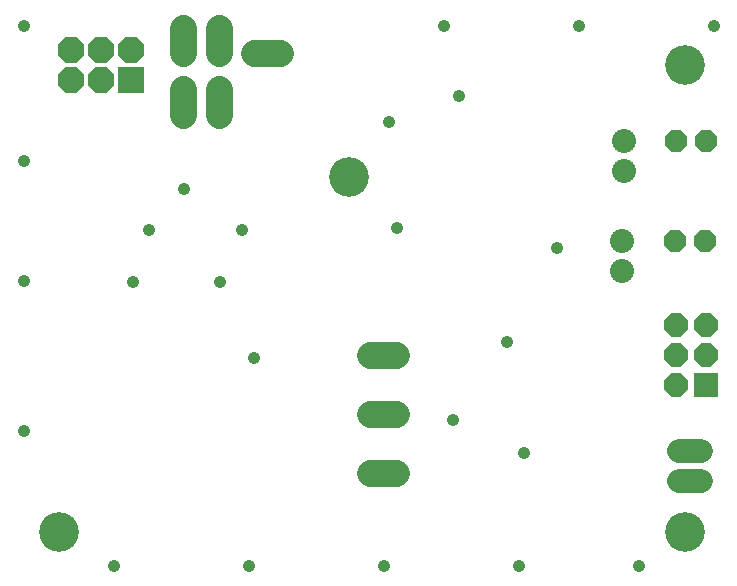
<source format=gts>
G75*
%MOIN*%
%OFA0B0*%
%FSLAX24Y24*%
%IPPOS*%
%LPD*%
%AMOC8*
5,1,8,0,0,1.08239X$1,22.5*
%
%ADD10C,0.1320*%
%ADD11R,0.0800X0.0800*%
%ADD12OC8,0.0800*%
%ADD13C,0.0916*%
%ADD14OC8,0.0720*%
%ADD15C,0.0800*%
%ADD16C,0.0800*%
%ADD17OC8,0.0887*%
%ADD18R,0.0887X0.0887*%
%ADD19C,0.0414*%
D10*
X002153Y002129D03*
X011799Y013940D03*
X023019Y017680D03*
X023019Y002129D03*
D11*
X023716Y007034D03*
D12*
X022716Y007034D03*
X022716Y008034D03*
X023716Y008034D03*
X023716Y009034D03*
X022716Y009034D03*
D13*
X013374Y008034D02*
X012517Y008034D01*
X012517Y006066D02*
X013374Y006066D01*
X013374Y004097D02*
X012517Y004097D01*
X007468Y016036D02*
X007468Y016892D01*
X006287Y016892D02*
X006287Y016036D01*
X006287Y018073D02*
X006287Y018930D01*
X007468Y018930D02*
X007468Y018073D01*
X008649Y018073D02*
X009505Y018073D01*
D14*
X022716Y015145D03*
X023716Y015145D03*
X023691Y011823D03*
X022691Y011823D03*
D15*
X022797Y004826D02*
X023537Y004826D01*
X023537Y003826D02*
X022797Y003826D01*
D16*
X020928Y010823D03*
X020928Y011823D03*
X020977Y014145D03*
X020977Y015145D03*
D17*
X004531Y018180D03*
X003531Y018180D03*
X002531Y018180D03*
X002531Y017180D03*
X003531Y017180D03*
D18*
X004531Y017180D03*
D19*
X000972Y018995D03*
X000972Y014495D03*
X005155Y012192D03*
X006312Y013570D03*
X008255Y012192D03*
X007517Y010470D03*
X004614Y010470D03*
X000972Y010495D03*
X000972Y005495D03*
X003972Y000995D03*
X008472Y000995D03*
X012972Y000995D03*
X017472Y000995D03*
X021472Y000995D03*
X017630Y004761D03*
X015293Y005844D03*
X017065Y008452D03*
X018738Y011602D03*
X013423Y012242D03*
X013152Y015785D03*
X015490Y016646D03*
X014972Y018995D03*
X019472Y018995D03*
X023972Y018995D03*
X008649Y007911D03*
M02*

</source>
